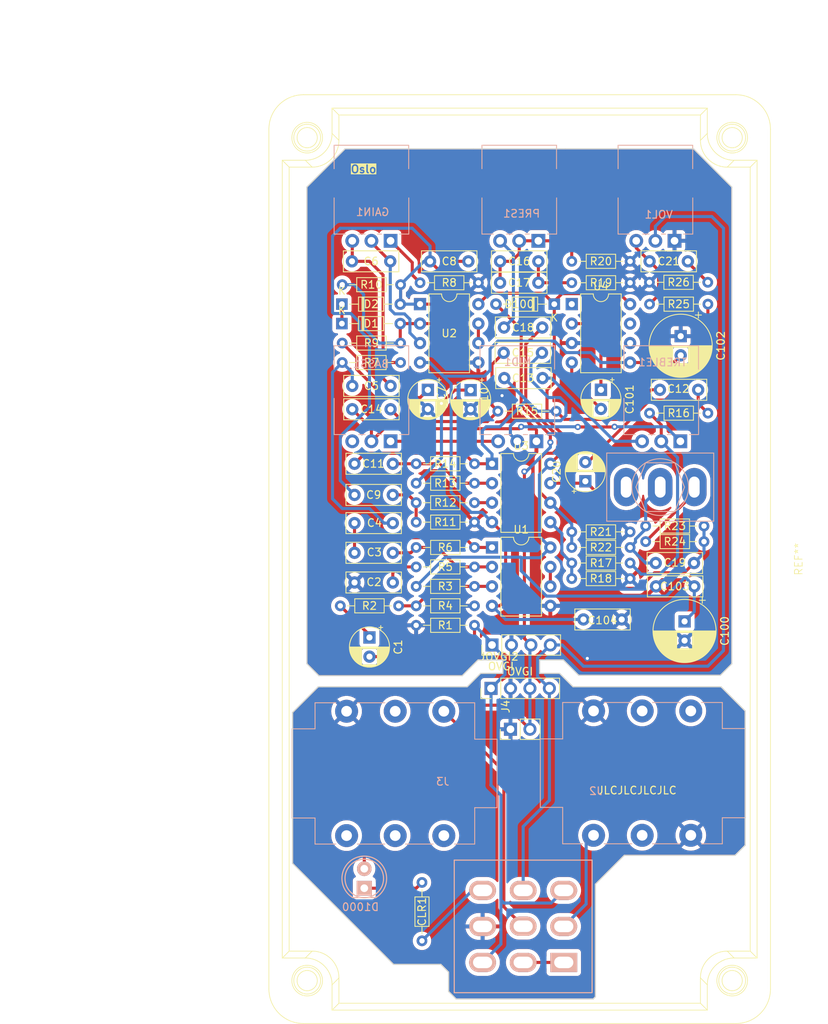
<source format=kicad_pcb>
(kicad_pcb (version 20221018) (generator pcbnew)
  (layers (0 "F.Cu" signal) (31 "B.Cu" signal) (34 "B.Paste" user) (35 "F.Paste" user) (36 "B.SilkS" user "B.Silkscreen") (37 "F.SilkS" user "F.Silkscreen") (38 "B.Mask" user) (39 "F.Mask" user) (44 "Edge.Cuts" user))
  (net 0 "")
  (net 1 "GND")
  (net 2 "+9V")
  (net 3 "Net-(D1-K)")
  (net 4 "O")
  (net 5 "I")
  (net 6 "Net-(SW1C-C)")
  (net 7 "Net-(BASS1-Pad1)")
  (net 8 "Net-(BASS1-Pad2)")
  (net 10 "Net-(SW1A-A)")
  (net 13 "Net-(C1-Pad1)")
  (net 14 "Net-(C2-Pad2)")
  (net 15 "Net-(C3-Pad1)")
  (net 17 "Net-(SW1A-B)")
  (net 21 "Net-(SW1B-B)")
  (net 22 "unconnected-(J3-PadTN)")
  (net 23 "Net-(U1A--)")
  (net 24 "Net-(C4-Pad1)")
  (net 25 "Net-(C5-Pad1)")
  (net 26 "Net-(U2A-+)")
  (net 27 "Net-(C7-Pad1)")
  (net 28 "Net-(C9-Pad1)")
  (net 29 "Net-(C10-Pad1)")
  (net 30 "Net-(C11-Pad1)")
  (net 31 "Net-(U3A--)")
  (net 32 "Net-(C12-Pad1)")
  (net 33 "Net-(C13-Pad1)")
  (net 34 "Net-(C14-Pad2)")
  (net 35 "Net-(C15-Pad1)")
  (net 36 "Net-(C16-Pad1)")
  (net 37 "Net-(C16-Pad2)")
  (net 38 "Net-(C18-Pad1)")
  (net 39 "Net-(U3B--)")
  (net 40 "Net-(DEEP1-A)")
  (net 41 "Net-(C19-Pad2)")
  (net 42 "Net-(C20-Pad2)")
  (net 43 "Net-(C21-Pad1)")
  (net 44 "Net-(C21-Pad2)")
  (net 45 "VCC")
  (net 46 "Net-(U4-CAP+)")
  (net 47 "Net-(U4-CAP-)")
  (net 48 "VDD")
  (net 49 "Net-(GAIN1-Pad1)")
  (net 50 "Net-(U1A-+)")
  (net 51 "Net-(U3A-+)")
  (net 52 "Net-(R16-Pad2)")
  (net 53 "Net-(U3B-+)")
  (net 54 "Net-(DEEP1-B)")
  (net 55 "Net-(U1B--)")
  (net 56 "Net-(U2B--)")
  (net 60 "Net-(D1-A)")
  (net 61 "Net-(D2-A)")
  (net 62 "Net-(D1000-K)")
  (footprint "Pin_Headers:Pin_Header_Straight_1x04_Pitch2.54mm" (layer "F.Cu") (at 139.053 122.4116 90)
    (fp_text reference "JOVGI1" hide)
    (fp_text value "OVGI")
  )
  (footprint "Pin_Headers:Pin_Header_Straight_1x04_Pitch2.54mm" (layer "F.Cu") (at 139.18 116.75 90)
    (fp_text reference "JOVGI2")
    (fp_text value "OVGI")
  )
  (footprint "Capacitor_THT:C_Rect_L7.0mm_W2.5mm_P5.00mm" (layer "F.Cu") (at 121.226 108.594)
    (fp_text reference "C2")
    (fp_text value "100n")
  )
  (footprint "Pedal-Components:R_Axial_DIN0204_L3.6mm_D1.6mm_P7.62mm_Horizontal" (layer "F.Cu") (at 136.894 114.182 180)
    (fp_text reference "R1")
    (fp_text value "3M3")
  )
  (footprint "Pedal-Components:R_Axial_DIN0204_L3.6mm_D1.6mm_P7.62mm_Horizontal" (layer "F.Cu") (at 119.368 111.642)
    (fp_text reference "R2")
    (fp_text value "68K")
  )
  (footprint "Pedal-Components:R_Axial_DIN0204_L3.6mm_D1.6mm_P7.62mm_Horizontal" (layer "F.Cu") (at 136.894 109.102 180)
    (fp_text reference "R3")
    (fp_text value "8M2")
  )
  (footprint "Capacitor_THT:CP_Radial_D5.0mm_P2.50mm" (layer "F.Cu") (at 123.178 115.770888 -90)
    (fp_text reference "C1")
    (fp_text value "1u")
  )
  (footprint "Connector_PinHeader_2.54mm:PinHeader_1x02_P2.54mm_Vertical" (layer "F.Cu") (at 141.593 127.7456 90)
    (fp_text reference "J4")
    (fp_text value "V+ GND")
  )
  (footprint "Pedal-Components:R_Axial_DIN0204_L3.6mm_D1.6mm_P7.62mm_Horizontal" (layer "F.Cu") (at 157.214 69.478 180)
    (fp_text reference "R19")
    (fp_text value "220R")
  )
  (footprint "Capacitor_THT:CP_Radial_D5.0mm_P2.50mm" (layer "F.Cu") (at 136.386 83.488 -90)
    (fp_text reference "C10")
    (fp_text value "1u")
  )
  (footprint "Pedal-Components:R_Axial_DIN0204_L3.6mm_D1.6mm_P7.62mm_Horizontal" (layer "F.Cu") (at 139.942 86.242)
    (fp_text reference "R15")
    (fp_text value "47K")
  )
  (footprint "Capacitor_THT:C_Rect_L7.0mm_W2.5mm_P5.00mm" (layer "F.Cu") (at 145.704 78.622 180)
    (fp_text reference "C15")
    (fp_text value "22n")
  )
  (footprint "Pedal-Components:R_Axial_DIN0204_L3.6mm_D1.6mm_P7.62mm_Horizontal" (layer "F.Cu") (at 129.274 104.022)
    (fp_text reference "R6")
    (fp_text value "22K")
  )
  (footprint "Capacitor_THT:C_Rect_L7.0mm_W2.5mm_P5.00mm" (layer "F.Cu") (at 121.226 93.1)
    (fp_text reference "C11")
    (fp_text value "100p")
  )
  (footprint "Pedal-Components:R_Axial_DIN0204_L3.6mm_D1.6mm_P7.62mm_Horizontal" (layer "F.Cu") (at 167.374 86.496 180)
    (fp_text reference "R16")
    (fp_text value "10K")
  )
  (footprint "Capacitor_THT:C_Rect_L7.0mm_W2.5mm_P5.00mm" (layer "F.Cu") (at 160.556 106.054)
    (fp_text reference "C19")
    (fp_text value "22n")
  )
  (footprint "Diode_THT:D_DO-34_SOD68_P7.62mm_Horizontal" (layer "F.Cu") (at 119.577 72.272)
    (fp_text reference "D2")
    (fp_text value "ZPDxx")
  )
  (footprint "Capacitor_THT:C_Rect_L7.0mm_W2.5mm_P5.00mm" (layer "F.Cu") (at 140.744 75.32)
    (fp_text reference "C18")
    (fp_text value "100n")
  )
  (footprint "Pedal-Components:R_Axial_DIN0204_L3.6mm_D1.6mm_P7.62mm_Horizontal" (layer "F.Cu") (at 136.894 106.562 180)
    (fp_text reference "R5")
    (fp_text value "10K")
  )
  (footprint "Capacitor_THT:CP_Radial_D8.0mm_P2.50mm" (layer "F.Cu") (at 164.326 113.674 -90)
    (fp_text reference "C100")
    (fp_text value "100u")
  )
  (footprint "Pedal-Components:R_Axial_DIN0204_L3.6mm_D1.6mm_P7.62mm_Horizontal" (layer "F.Cu") (at 130.036 147.738 -90)
    (fp_text reference "CLR1")
    (fp_text value "1K")
  )
  (footprint "Diode_THT:D_DO-34_SOD68_P7.62mm_Horizontal" (layer "F.Cu") (at 147.313 72.272 180)
    (fp_text reference "D100")
    (fp_text value "1N5817")
  )
  (footprint "Capacitor_THT:C_Rect_L7.0mm_W2.5mm_P5.00mm" (layer "F.Cu") (at 160.596 109.102)
    (fp_text reference "C103")
    (fp_text value "100n")
  )
  (footprint "Pedal-Components:R_Axial_DIN0204_L3.6mm_D1.6mm_P7.62mm_Horizontal" (layer "F.Cu") (at 129.274 93.1)
    (fp_text reference "R14")
    (fp_text value "470K")
  )
  (footprint "Capacitor_THT:C_Rect_L7.0mm_W2.5mm_P5.00mm" (layer "F.Cu") (at 140.236 66.684)
    (fp_text reference "C16")
    (fp_text value "22n")
  )
  (footprint "Pedal-Components:R_Axial_DIN0204_L3.6mm_D1.6mm_P7.62mm_Horizontal" (layer "F.Cu") (at 157.214 106.054 180)
    (fp_text reference "R17")
    (fp_text value "1M")
  )
  (footprint "Pedal-Components:R_Axial_DIN0204_L3.6mm_D1.6mm_P7.62mm_Horizontal" (layer "F.Cu") (at 157.214 101.99 180)
    (fp_text reference "R21")
    (fp_text value "4K7")
  )
  (footprint "Pedal-Components:R_Axial_DIN0204_L3.6mm_D1.6mm_P7.62mm_Horizontal" (layer "F.Cu") (at 157.214 104.022 180)
    (fp_text reference "R22")
    (fp_text value "10K")
  )
  (footprint "Pedal-Components:R_Axial_DIN0204_L3.6mm_D1.6mm_P7.62mm_Horizontal" (layer "F.Cu") (at 136.894 100.72 180)
    (fp_text reference "R11")
    (fp_text value "330K")
  )
  (footprint "Capacitor_THT:C_Rect_L7.0mm_W2.5mm_P5.00mm" (layer "F.Cu") (at 145.784 81.924 180)
    (fp_text reference "C13")
    (fp_text value "470p")
  )
  (footprint "Pedal-Components:R_Axial_DIN0204_L3.6mm_D1.6mm_P7.62mm_Horizontal" (layer "F.Cu") (at 129.274 111.642)
    (fp_text reference "R4")
    (fp_text value "1M")
  )
  (footprint "Pedal-Components:R_Axial_DIN0204_L3.6mm_D1.6mm_P7.62mm_Horizontal" (layer "F.Cu") (at 159.735936 69.421527)
    (fp_text reference "R26")
    (fp_text value "1K")
  )
  (footprint "Pedal-Components:R_Axial_DIN0204_L3.6mm_D1.6mm_P7.62mm_Horizontal" (layer "F.Cu") (at 119.622 69.732)
    (fp_text reference "R10")
    (fp_text value "1M")
  )
  (footprint "Capacitor_THT:CP_Radial_D5.0mm_P2.50mm" (layer "F.Cu") (at 153.404 83.448 -90)
    (fp_text reference "C101")
    (fp_text value "10u")
  )
  (footprint "Pedal-Components:R_Axial_DIN0204_L3.6mm_D1.6mm_P7.62mm_Horizontal" (layer "F.Cu") (at 159.246 101.228)
    (fp_text reference "R23")
    (fp_text value "33K")
  )
  (footprint "Diode_THT:D_DO-34_SOD68_P7.62mm_Horizontal" (layer "F.Cu") (at 119.577 74.812)
    (fp_text reference "D1")
    (fp_text value "ZPDxx")
  )
  (footprint "Pedal-Components:R_Axial_DIN0204_L3.6mm_D1.6mm_P7.62mm_Horizontal" (layer "F.Cu") (at 159.246 103.26)
    (fp_text reference "R24")
    (fp_text value "22K")
  )
  (footprint "Capacitor_THT:C_Rect_L7.0mm_W2.5mm_P5.00mm" (layer "F.Cu") (at 140.236 69.478)
    (fp_text reference "C17")
    (fp_text value "22n")
  )
  (footprint "Pedal-Components:R_Axial_DIN0204_L3.6mm_D1.6mm_P7.62mm_Horizontal" (layer "F.Cu") (at 119.622 79.892)
    (fp_text reference "R7")
    (fp_text value "470K")
  )
  (footprint "Pedal-Components:R_Axial_DIN0204_L3.6mm_D1.6mm_P7.62mm_Horizontal" (layer "F.Cu") (at 137.402 69.478 180)
    (fp_text reference "R8")
    (fp_text value "4K7")
  )
  (footprint "Capacitor_THT:C_Rect_L7.0mm_W2.5mm_P5.00mm" (layer "F.Cu") (at 126.226 97.164 180)
    (fp_text reference "C9")
    (fp_text value "22n")
  )
  (footprint "Enclosures:Hammond_125B_1590N1" (layer "F.Cu") (at 141.72 105.546 90)
    (fp_text reference "REF**")
    (fp_text value "Hammond_125B_1590N1")
  )
  (footprint "Capacitor_THT:C_Rect_L7.0mm_W2.5mm_P5.00mm" (layer "F.Cu") (at 125.892 66.684 180)
    (fp_text reference "C6")
    (fp_text value "1n")
  )
  (footprint "Package_DIP:DIP-8_W7.62mm" (layer "F.Cu") (at 139.18 93.1)
    (fp_text reference "U3")
    (fp_text value "TL072")
  )
  (footprint "Pedal-Components:R_Axial_DIN0204_L3.6mm_D1.6mm_P7.62mm_Horizontal" (layer "F.Cu") (at 157.214 108.086 180)
    (fp_text reference "R18")
    (fp_text value "333K")
  )
  (footprint "Capacitor_THT:C_Rect_L7.0mm_W2.5mm_P5.00mm" (layer "F.Cu") (at 120.932 85.988)
    (fp_text reference "C14")
    (fp_text value "22n")
  )
  (footprint "Capacitor_THT:CP_Radial_D5.0mm_P2.50mm" (layer "F.Cu") (at 130.798 83.463112 -90)
    (fp_text reference "C7")
    (fp_text value "1u")
  )
  (footprint "Capacitor_THT:C_Rect_L7.0mm_W2.5mm_P5.00mm" (layer "F.Cu") (at 166.104 83.448 180)
    (fp_text reference "C12")
    (fp_text value "1n")
  )
  (footprint "Capacitor_THT:C_Rect_L7.0mm_W2.5mm_P5.00mm" (layer "F.Cu") (at 131.092 66.684)
    (fp_text reference "C8")
    (fp_text value "100p")
  )
  (footprint "Capacitor_THT:C_Rect_L7.0mm_W2.5mm_P5.00mm" (layer "F.Cu") (at 125.932 82.94 180)
    (fp_text reference "C5")
    (fp_text value "2n2")
  )
  (footprint "Pedal-Components:R_Axial_DIN0204_L3.6mm_D1.6mm_P7.62mm_Horizontal" (layer "F.Cu") (at 119.622 77.352)
    (fp_text reference "R9")
    (fp_text value "6k8")
  )
  (footprint "Package_DIP:DIP-8_W7.62mm" (layer "F.Cu") (at 129.782 72.272)
    (fp_text reference "U2")
    (fp_text value "TL072")
  )
  (footprint "Package_DIP:DIP-8_W7.62mm" (layer "F.Cu") (at 149.594 72.272)
    (fp_text reference "U4")
    (fp_text value "MAX1044")
  )
  (footprint "Capacitor_THT:C_Rect_L7.0mm_W2.5mm_P5.00mm" (layer "F.Cu") (at 156.118 113.42 180)
    (fp_text reference "C104")
    (fp_text value "100n")
  )
  (footprint "Pedal-Components:R_Axial_DIN0204_L3.6mm_D1.6mm_P7.62mm_Horizontal" (layer "F.Cu") (at 129.274 95.64)
    (fp_text reference "R13")
    (fp_text value "10K")
  )
  (footprint "Pedal-Components:R_Axial_DIN0204_L3.6mm_D1.6mm_P7.62mm_Horizontal" (layer "F.Cu") (at 157.214 66.684 180)
    (fp_text reference "R20")
    (fp_text value "1K")
  )
  (footprint "Pedal-Components:R_Axial_DIN0204_L3.6mm_D1.6mm_P7.62mm_Horizontal" (layer "F.Cu") (at 167.374 72.272 180)
    (fp_text reference "R25")
    (fp_text value "10K")
  )
  (footprint "Package_DIP:DIP-8_W7.62mm" (layer "F.Cu") (at 139.18 104.022)
    (fp_text reference "U1")
    (fp_text value "TL072")
  )
  (footprint "Capacitor_THT:CP_Radial_D5.0mm_P2.50mm" (layer "F.Cu") (at 151.372 95.386 90)
    (fp_text reference "C20")
    (fp_text value "1u")
  )
  (footprint "Capacitor_THT:C_Rect_L7.0mm_W2.5mm_P5.00mm" (layer "F.Cu") (at 121.226 104.7205)
    (fp_text reference "C3")
    (fp_text value "100p")
  )
  (footprint "Capacitor_THT:C_Rect_L7.0mm_W2.5mm_P5.00mm" (layer "F.Cu") (at 126.226 100.847 180)
    (fp_text reference "C4")
    (fp_text value "1n")
  )
  (footprint "Capacitor_THT:C_Rect_L7.0mm_W2.5mm_P5.00mm" (layer "F.Cu") (at 164.754 66.684 180)
    (fp_text reference "C21")
    (fp_text value "22n")
  )
  (footprint "Capacitor_THT:CP_Radial_D8.0mm_P2.50mm" (layer "F.Cu") (at 163.818 76.453349 -90)
    (fp_text reference "C102")
    (fp_text value "100u")
  )
  (footprint "Pedal-Components:R_Axial_DIN0204_L3.6mm_D1.6mm_P7.62mm_Horizontal" (layer "F.Cu") (at 129.274 98.18)
    (fp_text reference "R12")
    (fp_text value "220K")
  )
  (footprint "Pedal-Components:3PDT-Footswitch" (layer "B.Cu") (at 143.25 153.475 180)
    (fp_text reference "SW1" hide)
    (fp_text value "SW_3PDT" hide)
  )
  (footprint "Connector_Audio:Jack_6.35mm_Neutrik_NMJ6HCD2_Horizontal" (layer "B.Cu") (at 132.8896 125.3964 180)
    (fp_text reference "J3")
    (fp_text value "NMJ6HCD2")
  )
  (footprint "LEDs:LED-5MM" (layer "B.Cu") (at 122.5 148.49 90)
    (fp_text reference "D1000")
    (fp_text value "LED" hide)
  )
  (footprint "Connector_Audio:Jack_6.35mm_Neutrik_NMJ6HCD2_Horizontal" (layer "B.Cu") (at 152.4388 141.5886)
    (fp_text reference "J2")
    (fp_text value "NMJ6HCD2")
  )
  (footprint "Pedal-Components:Potentiometer_Alpha_RD901F-40-00D_Single_Vertical_copy" (layer "B.Cu") (at 144.982 90.169 90)
    (fp_text reference "MID1")
    (fp_text value "B25K")
  )
  (footprint "Pedal-Components:SW_Toggle_Blue_wSlots" (layer "B.Cu") (at 161.146 96.148 180)
    (fp_text reference "DEEP1" hide)
    (fp_text value "~")
  )
  (footprint "Pedal-Components:Potentiometer_Alpha_RD901F-40-00D_Single_Vertical_copy" (layer "B.Cu") (at 125.932 90.169 90)
    (fp_text reference "BASS1")
    (fp_text value "A1M")
  )
  (footprint "Pedal-Components:Potentiometer_Alpha_RD901F-40-00D_Single_Vertical_copy" (layer "B.Cu") (at 125.932 64.007 90)
    (fp_text reference "GAIN1")
    (fp_text value "A500K")
  )
  (footprint "Pedal-Components:Potentiometer_Alpha_RD901F-40-00D_Single_Vertical_copy" (layer "B.Cu") (at 163.016 64.007 90)
    (fp_text reference "VOL1")
    (fp_text value "B25K")
  )
  (footprint "Pedal-Components:Potentiometer_Alpha_RD901F-40-00D_Single_Vertical_copy" (layer "B.Cu") (at 163.778 90.169 90)
    (fp_text reference "TREBLE1")
    (fp_text value "B250K")
  )
  (footprint "Pedal-Components:Potentiometer_Alpha_RD901F-40-00D_Single_Vertical_copy" (layer "B.Cu") (at 145.236 64.007 90)
    (fp_text reference "PRES1")
    (fp_text value "C25K")
  )
  (gr_line (start 145.4 118.7) (end 148.5 118.7) (stroke (width 0.15)) (layer "Edge.Cuts"))
  (gr_line (start 137.7 120.45) (end 140.6 120.45) (stroke (width 0.15)) (layer "Edge.Cuts"))
  (gr_line (start 170.5 108.25) (end 170.5 119.2) (stroke (width 0.15)) (layer "Edge.Cuts"))
  (gr_line (start 126.3214 158.4288) (end 132.5 158.4288) (stroke (width 0.15)) (layer "Edge.Cuts"))
  (gr_line (start 116.5 122.2) (end 113.1388 125.5612) (stroke (width 0.15)) (layer "Edge.Cuts"))
  (gr_line (start 152.388 162.95) (end 152.684 162.654) (stroke (width 0.15)) (layer "Edge.Cuts"))
  (gr_line (start 169.194 122.31) (end 169.0924 122.2084) (stroke (width 0.15)) (layer "Edge.Cuts"))
  (gr_line (start 145.4 120.45) (end 148 120.45) (stroke (width 0.15)) (layer "Edge.Cuts"))
  (gr_line (start 137.35 118.7) (end 135.2938 120.7562) (stroke (width 0.15)) (layer "Edge.Cuts"))
  (gr_line (start 152.134 162.95) (end 152.388 162.95) (stroke (width 0.15)) (layer "Edge.Cuts"))
  (gr_line (start 115 57) (end 115 108.25) (stroke (width 0.15)) (layer "Edge.Cuts"))
  (gr_line (start 169.0924 122.2084) (end 169 122.2084) (stroke (width 0.15)) (layer "Edge.Cuts"))
  (gr_line (start 133.516 159.4448) (end 133.516 161.9594) (stroke (width 0.15)) (layer "Edge.Cuts"))
  (gr_line (start 113.1388 125.5612) (end 113.1388 145.2462) (stroke (width 0.15)) (layer "Edge.Cuts"))
  (gr_line (start 149.75 122.2) (end 164.75 122.2) (stroke (width 0.15)) (layer "Edge.Cuts"))
  (gr_line (start 148.5 118.7) (end 150.5 120.7) (stroke (width 0.15)) (layer "Edge.Cuts"))
  (gr_line (start 165.5 52) (end 170.5 57) (stroke (width 0.15)) (layer "Edge.Cuts"))
  (gr_line (start 169 120.7) (end 170.5 119.2) (stroke (width 0.15)) (layer "Edge.Cuts"))
  (gr_line (start 140.6 118.7) (end 140.6 120.45) (stroke (width 0.15)) (layer "Edge.Cuts"))
  (gr_line (start 115 57) (end 120 52) (stroke (width 0.15)) (layer "Edge.Cuts"))
  (gr_line (start 170.5 85) (end 170.5 57) (stroke (width 0.15)) (layer "Edge.Cuts"))
  (gr_line (start 152.684 162.654) (end 152.684 147.964) (stroke (width 0.15)) (layer "Edge.Cuts"))
  (gr_line (start 113.1388 145.2462) (end 126.3214 158.4288) (stroke (width 0.15)) (layer "Edge.Cuts"))
  (gr_line (start 148.75 52) (end 136.75 52) (stroke (width 0.15)) (layer "Edge.Cuts"))
  (gr_line (start 136.75 52) (end 120 52) (stroke (width 0.15)) (layer "Edge.Cuts"))
  (gr_line (start 135.95 122.2) (end 117 122.2) (stroke (width 0.15)) (layer "Edge.Cuts"))
  (gr_line (start 116.574 120.7562) (end 115 119.1822) (stroke (width 0.15)) (layer "Edge.Cuts"))
  (gr_line (start 137.7 120.45) (end 135.95 122.2) (stroke (width 0.15)) (layer "Edge.Cuts"))
  (gr_line (start 135.2938 120.7562) (end 116.574 120.7562) (stroke (width 0.15)) (layer "Edge.Cuts"))
  (gr_line (start 115 119.1822) (end 115 108.25) (stroke (width 0.15)) (layer "Edge.Cuts"))
  (gr_line (start 133.516 161.9594) (end 134.5066 162.95) (stroke (width 0.15)) (layer "Edge.Cuts"))
  (gr_line (start 170.5 108.25) (end 170.5 85) (stroke (width 0.15)) (layer "Edge.Cuts"))
  (gr_line (start 170.93 144.196) (end 172.242 142.884) (stroke (width 0.15)) (layer "Edge.Cuts"))
  (gr_line (start 172.242 142.884) (end 172.242 125.866) (stroke (width 0.15)) (layer "Edge.Cuts"))
  (gr_line (start 134.5 162.95) (end 152.134 162.95) (stroke (width 0.15)) (layer "Edge.Cuts"))
  (gr_line (start 172.242 125.358) (end 169.194 122.31) (stroke (width 0.15)) (layer "Edge.Cuts"))
  (gr_line (start 148.75 52) (end 165.5 52) (stroke (width 0.15)) (layer "Edge.Cuts"))
  (gr_line (start 172.242 125.866) (end 172.242 125.358) (stroke (width 0.15)) (layer "Edge.Cuts"))
  (gr_line (start 156.452 144.196) (end 170.93 144.196) (stroke (width 0.15)) (layer "Edge.Cuts"))
  (gr_line (start 145.4 118.7) (end 145.4 120.45) (stroke (width 0.15)) (layer "Edge.Cuts"))
  (gr_line (start 169 122.2) (end 164.75 122.2) (stroke (width 0.15)) (layer "Edge.Cuts"))
  (gr_line (start 132.5 158.4288) (end 133.516 159.4448) (stroke (width 0.15)) (layer "Edge.Cuts"))
  (gr_line (start 152.684 147.964) (end 156.452 144.196) (stroke (width 0.15)) (layer "Edge.Cuts"))
  (gr_line (start 148 120.45) (end 149.75 122.2) (stroke (width 0.15)) (layer "Edge.Cuts"))
  (gr_line (start 137.35 118.7) (end 140.6 118.7) (stroke (width 0.15)) (layer "Edge.Cuts"))
  (gr_line (start 150.5 120.7) (end 169 120.7) (stroke (width 0.15)) (layer "Edge.Cuts"))
  (gr_line (start 117 122.2) (end 116.5 122.2) (stroke (width 0.15)) (layer "Edge.Cuts"))
  (gr_text "JLCJLCJLCJLC" (at 152.896 136.308) (layer "F.SilkS") (effects (font (size 1 1)) (justify left bottom)))
  (gr_text "Oslo" (at 120.638 55.254) (layer "F.SilkS" knockout) (effects (font (size 1 1) (thickness 0.2) bold) (justify left bottom)))
  (segment (start 140.45 84.21) (end 140.490472 84.21) (width 0.4) (layer "F.Cu") (net 1))
  (segment (start 144.982 90.169) (end 144.982 88.701528) (width 0.4) (layer "F.Cu") (net 1))
  (segment (start 144.982 88.701528) (end 140.490472 84.21) (width 0.4) (layer "F.Cu") (net 1))
  (via (at 140.490472 84.21) (size 0.8) (drill 0.4) (layers "F.Cu" "B.Cu") (net 1))
  (via (at 151.626 118.5) (size 0.8) (drill 0.4) (layers "F.Cu" "B.Cu") (net 1))
  (segment (start 122.5 137.761) (end 122.5 145.95) (width 0.4) (layer "F.Cu") (net 2))
  (segment (start 144.26 116.75) (end 143.41 115.9) (width 0.4) (layer "F.Cu") (net 2))
  (segment (start 134.5572 123.1482) (end 131.0774 123.1482) (width 0.4) (layer "F.Cu") (net 2))
  (segment (start 144.133 127.7456) (end 140.996794 124.609394) (width 0.4) (layer "F.Cu") (net 2))
  (segment (start 142.99 85.577) (end 142.99 75.569) (width 0.4) (layer "F.Cu") (net 2))
  (segment (start 136.018394 124.609394) (end 134.5572 123.1482) (width 0.4) (layer "F.Cu") (net 2))
  (segment (start 140.996794 124.609394) (end 136.018394 124.609394) (width 0.4) (layer "F.Cu") (net 2))
  (segment (start 146.8 89.387) (end 142.99 85.577) (width 0.4) (layer "F.Cu") (net 2))
  (segment (start 130.163 130.0824) (end 122.4922 137.7532) (width 0.4) (layer "F.Cu") (net 2))
  (segment (start 122.4922 137.7532) (end 122.5 137.761) (width 0.4) (layer "F.Cu") (net 2))
  (segment (start 131.0774 123.1482) (end 130.163 124.0626) (width 0.4) (layer "F.Cu") (net 2))
  (segment (start 142.99 75.569) (end 139.693 72.272) (width 0.4) (layer "F.Cu") (net 2))
  (segment (start 130.163 124.0626) (end 130.163 130.0824) (width 0.4) (layer "F.Cu") (net 2))
  (segment (start 146.8 90.306) (end 146.8 89.387) (width 0.4) (layer "F.Cu") (net 2))
  (segment (start 143.41 115.9) (end 143.41 94.116) (width 0.4) (layer "F.Cu") (net 2))
  (via (at 146.8 90.306) (size 0.8) (drill 0.4) (layers "F.Cu" "B.Cu") (net 2))
  (via (at 143.41 94.116) (size 0.8) (drill 0.4) (layers "F.Cu" "B.Cu") (net 2))
  (segment (start 143.635 94.116) (end 143.41 94.116) (width 0.4) (layer "B.Cu") (net 2))
  (segment (start 146.8 90.306) (end 146.8 90.951) (width 0.4) (layer "B.Cu") (net 2))
  (segment (start 144.26 116.75) (end 144.133 116.877) (width 0.4) (layer "B.Cu") (net 2))
  (segment (start 144.133 122.4116) (end 144.133 127.7456) (width 0.4) (layer "B.Cu") (net 2))
  (segment (start 144.133 116.877) (end 144.133 122.4116) (width 0.4) (layer "B.Cu") (net 2))
  (segment (start 146.8 90.951) (end 143.635 94.116) (width 0.4) (layer "B.Cu") (net 2))
  (segment (start 119.577 72.526) (end 119.577 74.812) (width 0.4) (layer "F.Cu") (net 3))
  (segment (start 146.8 116.75) (end 148.352 116.75) (width 0.4) (layer "B.Cu") (net 4))
  (segment (start 167.374 119.516) (end 169.406 117.484) (width 0.4) (layer "B.Cu") (net 4))
  (segment (start 146.673 137.0166) (end 146.673 122.4116) (width 0.4) (layer "B.Cu") (net 4))
  (segment (start 151.118 119.516) (end 167.374 119.516) (width 0.4) (layer "B.Cu") (net 4))
  (segment (start 160.516 62.112) (end 160.516 64.007) (width 0.4) (layer "B.Cu") (net 4))
  (segment (start 169.406 117.484) (end 169.406 62.366) (width 0.4) (layer "B.Cu") (net 4))
  (segment (start 169.406 62.366) (end 167.882 60.842) (width 0.4) (layer "B.Cu") (net 4))
  (segment (start 145.125 120.8636) (end 146.673 122.4116) (width 0.4) (layer "B.Cu") (net 4))
  (segment (start 145.125 118.425) (end 145.125 120.8636) (width 0.4) (layer "B.Cu") (net 4))
  (segment (start 161.786 60.842) (end 160.516 62.112) (width 0.4) (layer "B.Cu") (net 4))
  (segment (start 143.25 148.775) (end 143.25 140.4396) (width 0.4) (layer "B.Cu") (net 4))
  (segment (start 146.8 116.75) (end 145.125 118.425) (width 0.4) (layer "B.Cu") (net 4))
  (segment (start 148.352 116.75) (end 151.118 119.516) (width 0.4) (layer "B.Cu") (net 4))
  (segment (start 167.882 60.842) (end 161.786 60.842) (width 0.4) (layer "B.Cu") (net 4))
  (segment (start 143.25 140.4396) (end 146.673 137.0166) (width 0.4) (layer "B.Cu") (net 4))
  (segment (start 123.178 118.270888) (end 135.345112 118.270888) (width 0.4) (layer "F.Cu") (net 5))
  (segment (start 135.345112 118.270888) (end 136.894 116.722) (width 0.4) (layer "F.Cu") (net 5))
  (segment (start 136.894 116.722) (end 136.894 114.182) (width 0.4) (layer "F.Cu") (net 5))
  (segment (start 139.18 116.75) (end 139.18 116.468) (width 0.4) (layer "B.Cu") (net 5))
  (segment (start 137.95 158.175) (end 140.343 155.782) (width 0.4) (layer "B.Cu") (net 5))
  (segment (start 139.0276 135.0354) (end 139.053 135.01) (width 0.4) (layer "B.Cu") (net 5))
  (segment (start 140.343 155.782) (end 140.343 150.0214) (width 0.4) (layer "B.Cu") (net 5))
  (segment (start 139.18 116.75) (end 140.875 118.445) (width 0.4) (layer "B.Cu") (net 5))
  (segment (start 140.875 118.445) (end 140.875 120.5896) (width 0.4) (layer "B.Cu") (net 5))
  (segment (start 146.9 150.425) (end 140.7466 150.425) (width 0.4) (layer "B.Cu") (net 5))
  (segment (start 140.343 150.0214) (end 140.343 136.3508) (width 0.4) (layer "B.Cu") (net 5))
  (segment (start 140.343 136.3508) (end 139.0276 135.0354) (width 0.4) (layer "B.Cu") (net 5))
  (segment (start 140.875 120.5896) (end 139.053 122.4116) (width 0.4) (layer "B.Cu") (net 5))
  (segment (start 139.18 116.468) (end 136.894 114.182) (width 0.4) (layer "B.Cu") (net 5))
  (segment (start 148.55 148.775) (end 146.9 150.425) (width 0.4) (layer "B.Cu") (net 5))
  (segment (start 140.7466 150.425) (end 140.343 150.0214) (width 0.4) (layer "B.Cu") (net 5))
  (segment (start 139.053 135.01) (end 139.053 122.4116) (width 0.4) (layer "B.Cu") (net 5))
  (segment (start 136.619 148.775) (end 137.95 148.775) (width 0.4) (layer "B.Cu") (net 6))
  (segment (start 130.036 155.358) (end 136.619 148.775) (width 0.4) (layer "B.Cu") (net 6))
  (segment (start 139.982 90.169) (end 125.932 90.169) (width 0.4) (layer "F.Cu") (net 7))
  (segment (start 142.736 88.528) (end 142.99 88.274) (width 0.4) (layer "F.Cu") (net 8))
  (segment (start 125.073 88.528) (end 142.736 88.528) (width 0.4) (layer "F.Cu") (net 8))
  (segment (start 123.432 88.488) (end 120.932 85.988) (width 0.4) (layer "F.Cu") (net 8))
  (segment (start 155.1566 88.2994) (end 155.182 88.274) (width 0.4) (layer "F.Cu") (net 8))
  (segment (start 123.432 90.169) (end 123.432 88.488) (width 0.4) (layer "F.Cu") (net 8))
  (segment (start 123.432 90.169) (end 125.073 88.528) (width 0.4) (layer "F.Cu") (net 8))
  (segment (start 150.3814 88.2994) (end 155.1566 88.2994) (width 0.4) (layer "F.Cu") (net 8))
  (via (at 142.99 88.274) (size 0.8) (drill 0.4) (layers "F.Cu" "B.Cu") (net 8))
  (via (at 155.182 88.274) (size 0.8) (drill 0.4) (layers "F.Cu" "B.Cu") (net 8))
  (via (at 150.3814 88.2994) (size 0.8) (drill 0.4) (layers "F.Cu" "B.Cu") (net 8))
  (segment (start 155.182 88.274) (end 161.883 88.274) (width 0.4) (layer "B.Cu") (net 8))
  (segment (start 150.3814 88.2994) (end 150.356 88.274) (width 0.4) (layer "B.Cu") (net 8))
  (segment (start 161.883 88.274) (end 163.778 90.169) (width 0.4) (layer "B.Cu") (net 8))
  (segment (start 150.356 88.274) (end 142.99 88.274) (width 0.4) (layer "B.Cu") (net 8))
  (segment (start 143.25 158.175) (end 148.55 158.175) (width 0.4) (layer "F.Cu") (net 10))
  (segment (start 123.178 115.770888) (end 123.178 115.452) (width 0.4) (layer "F.Cu") (net 13))
  (segment (start 123.178 115.452) (end 119.368 111.642) (width 0.4) (layer "F.Cu") (net 13))
  (segment (start 126.226 107.324) (end 126.988 106.562) (width 0.4) (layer "F.Cu") (net 14))
  (segment (start 126.226 108.594) (end 126.226 107.324) (width 0.4) (layer "F.Cu") (net 14))
  (segment (start 126.988 106.562) (end 129.274 106.562) (width 0.4) (layer "F.Cu") (net 14))
  (segment (start 135.624 102.752) (end 121.226 102.752) (width 0.4) (layer "F.Cu") (net 15))
  (segment (start 121.226 100.847) (end 121.226 102.752) (width 0.4) (layer "F.Cu") (net 15))
  (segment (start 136.894 104.022) (end 135.624 102.752) (width 0.4) (layer "F.Cu") (net 15))
  (segment (start 121.226 102.752) (end 121.226 104.7205) (width 0.4) (layer "F.Cu") (net 15))
  (segment (start 136.894 104.022) (end 139.18 104.022) (width 0.4) (layer "F.Cu") (net 15))
  (segment (start 149.275 153.475) (end 148.55 153.475) (width 0.4) (layer "F.Cu") (net 17))
  (segment (start 151.4736 150.5514) (end 151.4736 142.5538) (width 0.4) (layer "B.Cu") (net 17))
  (segment (start 151.4736 142.5538) (end 152.4388 141.5886) (width 0.4) (layer "B.Cu") (net 17))
  (segment (start 148.55 153.475) (end 151.4736 150.5514) (width 0.4) (layer "B.Cu") (net 17))
  (segment (start 140.7294 133.2362) (end 132.8896 125.3964) (width 0.4) (layer "F.Cu") (net 21))
  (segment (start 140.7294 150.9294) (end 140.7294 133.2362) (width 0.4) (layer "F.Cu") (net 21))
  (segment (start 143.25 153.45) (end 140.7294 150.9294) (width 0.4) (layer "F.Cu") (net 21))
  (segment (start 133.1876 141.43) (end 132.9404 141.6772) (width 0.4) (layer "B.Cu") (net 22))
  (segment (start 126.226 104.7205) (end 128.5755 104.7205) (width 0.4) (layer "F.Cu") (net 23))
  (segment (start 132.068 104.022) (end 134.608 106.562) (width 0.4) (layer "F.Cu") (net 23))
  (segment (start 128.5755 104.7205) (end 129.274 104.022) (width 0.4) (layer "F.Cu") (net 23))
  (segment (start 134.608 106.562) (end 139.18 106.562) (width 0.4) (layer "F.Cu") (net 23))
  (segment (start 129.274 104.022) (end 132.068 104.022) (width 0.4) (layer "F.Cu") (net 23))
  (segment (start 120.932 81.202) (end 119.622 79.892) (width 0.4) (layer "B.Cu") (net 24))
  (segment (start 119.622 98.942) (end 118.352 97.672) (width 0.4) (layer "B.Cu") (net 24))
  (segment (start 123.178 98.942) (end 119.622 98.942) (width 0.4) (layer "B.Cu") (net 24))
  (segment (start 118.352 97.672) (end 118.352 81.162) (width 0.4) (layer "B.Cu") (net 24))
  (segment (start 125.083 100.847) (end 123.178 98.942) (width 0.4) (layer "B.Cu") (net 24))
  (segment (start 120.932 82.94) (end 120.932 81.202) (width 0.4) (layer "B.Cu") (net 24))
  (segment (start 126.226 100.847) (end 125.083 100.847) (width 0.4) (layer "B.Cu") (net 24))
  (segment (start 118.352 81.162) (end 119.622 79.892) (width 0.4) (layer "B.Cu") (net 24))
  (segment (start 127.242 79.892) (end 124.956 79.892) (width 0.4) (layer "F.Cu") (net 25))
  (segment (start 124.956 79.892) (end 124.956 81.964) (width 0.4) (layer "F.Cu") (net 25))
  (segment (start 120.932 64.007) (end 120.932 66.644) (width 0.4) (layer "F.Cu") (net 25))
  (segment (start 123.178 66.684) (end 124.956 68.462) (width 0.4) (layer "F.Cu") (net 25))
  (segment (start 120.892 66.684) (end 123.178 66.684) (width 0.4) (layer "F.Cu") (net 25))
  (segment (start 124.956 81.964) (end 125.932 82.94) (width 0.4) (layer "F.Cu") (net 25))
  (segment (start 124.956 68.462) (end 124.956 79.892) (width 0.4) (layer "F.Cu") (net 25))
  (segment (start 120.932 66.644) (end 120.892 66.684) (width 0.4) (layer "F.Cu") (net 25))
  (segment (start 123.432 64.224) (end 125.892 66.684) (width 0.4) (layer "F.Cu") (net 26))
  (segment (start 123.432 64.007) (end 123.432 64.224) (width 0.4) (layer "F.Cu") (net 26))
  (segment (start 128.4612 74.2532) (end 127.75 73.542) (width 0.4) (layer "B.Cu") (net 26))
  (segment (start 127.75 73.542) (end 126.48 73.542) (width 0.4) (layer "B.Cu") (net 26))
  (segment (start 129.782 77.352) (end 128.4612 76.0312) (width 0.4) (layer "B.Cu") (net 26))
  (segment (start 126.48 73.542) (end 125.892 72.954) (width 0.4) (layer "B.Cu") (net 26))
  (segment (start 125.892 72.954) (end 125.892 66.684) (width 0.4) (layer "B.Cu") (net 26))
  (segment (start 128.4612 76.0312) (end 128.4612 74.2532) (width 0.4) (layer "B.Cu") (net 26))
  (segment (start 121.532 79.262) (end 119.622 77.352) (width 0.4) (layer "F.Cu") (net 27))
  (segment (start 130.798 83.463112) (end 129.797112 84.464) (width 0.4) (layer "F.Cu") (net 27))
  (segment (start 125.21 84.464) (end 121.532 80.786) (width 0.4) (layer "F.Cu") (net 27))
  (segment (start 129.797112 84.464) (end 125.21 84.464) (width 0.4) (layer "F.Cu") (net 27))
  (segment (start 121.532 80.786) (end 121.532 79.262) (width 0.4) (layer "F.Cu") (net 27))
  (segment (start 128.258 97.164) (end 129.274 98.18) (width 0.4) (layer "F.Cu") (net 28))
  (segment (start 129.274 98.18) (end 129.274 100.72) (width 0.4) (layer "F.Cu") (net 28))
  (segment (start 126.226 97.164) (end 128.258 97.164) (width 0.4) (layer "F.Cu") (net 28))
  (segment (start 136.386 83.488) (end 134.314 83.488) (width 0.4) (layer "F.Cu") (net 29))
  (segment (start 134.314 83.488) (end 132.576 85.226) (width 0.4) (layer "F.Cu") (net 29))
  (via (at 132.576 85.226) (size 0.8) (drill 0.4) (layers "F.Cu" "B.Cu") (net 29))
  (segment (start 132.576 92.338) (end 129.274 95.64) (width 0.4) (layer "B.Cu") (net 29))
  (segment (start 132.576 85.226) (end 132.576 92.338) (width 0.4) (layer "B.Cu") (net 29))
  (segment (start 122.5976 91.7284) (end 135.5224 91.7284) (width 0.4) (layer "F.Cu") (net 30))
  (segment (start 159.97263 83.448) (end 161.104 83.448) (width 0.4) (layer "F.Cu") (net 30))
  (segment (start 135.5224 91.7284) (end 136.894 93.1) (width 0.4) (layer "F.Cu") (net 30))
  (segment (start 136.894 93.1) (end 139.18 93.1) (width 0.4) (layer "F.Cu") (net 30))
  (segment (start 156.11183 87.3088) (end 159.97263 83.448) (width 0.4) (layer "F.Cu") (net 30))
  (segment (start 148.6288 87.3088) (end 156.11183 87.3088) (width 0.4) (layer "F.Cu") (net 30))
  (segment (start 147.562 86.242) (end 148.6288 87.3088) (width 0.4) (layer "F.Cu") (net 30))
  (segment (start 121.226 93.1) (end 122.5976 91.7284) (width 0.4) (layer "F.Cu") (net 30))
  (segment (start 143.498 84.972) (end 143.832 84.972) (width 0.4) (layer "B.Cu") (net 30))
  (segment (start 139.18 93.1) (end 139.18 91.83) (width 0.4) (layer "B.Cu") (net 30))
  (segment (start 147.562 86.242) (end 145.53 86.242) (width 0.4) (layer "B.Cu") (net 30))
  (segment (start 137.91 90.56) (end 137.91 88.782) (width 0.4) (layer "B.Cu") (net 30))
  (segment (start 138.418 88.274) (end 140.196 88.274) (width 0.4) (layer "B.Cu") (net 30))
  (segment (start 140.196 88.274) (end 143.498 84.972) (width 0.4) (layer "B.Cu") (net 30))
  (segment (start 139.18 91.83) (end 137.91 90.56) (width 0.4) (layer "B.Cu") (net 30))
  (segment (start 143.832 84.972) (end 145.102 86.242) (width 0.4) (layer "B.Cu") (net 30))
  (segment (start 137.91 88.782) (end 138.418 88.274) (width 0.4) (layer "B.Cu") (net 30))
  (segment (start 145.53 86.242) (end 145.102 86.242) (width 0.4) (layer "B.Cu") (net 30))
  (segment (start 145.102 86.242) (end 140.784 81.924) (width 0.4) (layer "B.Cu") (net 30))
  (segment (start 136.894 95.64) (end 134.862 95.64) (width 0.4) (layer "F.Cu") (net 31))
  (segment (start 139.18 95.64) (end 136.894 95.64) (width 0.4) (layer "F.Cu") (net 31))
  (segment (start 134.862 95.64) (end 132.322 93.1) (width 0.4) (layer "F.Cu") (net 31))
  (segment (start 132.322 93.1) (end 126.226 93.1) (width 0.4) (layer "F.Cu") (net 31))
  (segment (start 166.104 83.448) (end 166.104 85.226) (width 0.4) (layer "F.Cu") (net 32))
  (segment (start 166.104 85.226) (end 167.374 86.496) (width 0.4) (layer "F.Cu") (net 32))
  (segment (start 158.778 90.169) (end 155.172 90.169) (width 0.4) (layer "B.Cu") (net 33))
  (segment (start 146.927 81.924) (end 145.784 81.924) (width 0.4) (layer "B.Cu") (net 33))
  (segment (start 155.172 90.169) (end 146.927 81.924) (width 0.4) (layer "B.Cu") (net 33))
  (segment (start 139.18 80.146) (end 139.18 85.48) (width 0.4) (layer "F.Cu") (net 34))
  (segment (start 125.932 85.988) (end 127.5322 87.5882) (width 0.4) (layer "F.Cu") (net 34))
  (segment (start 127.5322 87.5882) (end 138.5958 87.5882) (width 0.4) (layer "F.Cu") (net 34))
  (segment (start 139.18 85.48) (end 139.942 86.242) (width 0.4) (layer "F.Cu") (net 34))
  (segment (start 140.704 78.622) (end 139.18 80.146) (width 0.4) (layer "F.Cu") (net 34))
  (segment (start 138.5958 87.5882) (end 139.942 86.242) (width 0.4) (layer "F.Cu") (net 34))
  (segment (start 142.266 87.474) (end 143.321371 87.474) (width 0.4) (layer "B.Cu") (net 35))
  (segment (start 148.1462 87.4866) (end 148.832 86.8008) (width 0.4) (layer "B.Cu") (net 35))
  (segment (start 142.482 90.169) (end 141.582 89.269) (width 0.4) (layer "B.Cu") (net 35))
  (segment (start 143.333971 87.4866) (end 148.1462 87.4866) (width 0.4) (layer "B.Cu") (net 35))
  (segment (start 144.26 82.178) (end 144.26 80.066) (width 0.4) (layer "B.Cu") (net 35))
  (segment (start 148.07 84.464) (end 146.546 84.464) (width 0.4) (layer "B.Cu") (net 35))
  (segment (start 146.546 84.464) (end 144.26 82.178) (width 0.4) (layer "B.Cu") (net 35))
  (segment (start 148.832 85.226) (end 148.07 84.464) (width 0.4) (layer "B.Cu") (net 35))
  (segment (start 141.582 89.269) (end 141.582 88.158) (width 0.4) (layer "B.Cu") (net 35))
  (segment (start 143.321371 87.474) (end 143.333971 87.4866) (width 0.4) (layer "B.Cu") (net 35))
  (segment (start 141.582 88.158) (end 142.266 87.474) (width 0.4) (layer "B.Cu") (net 35))
  (segment (start 144.26 80.066) (end 145.704 78.622) (width 0.4) (layer "B.Cu") (net 35))
  (segment (start 148.832 86.8008) (end 148.832 85.226) (width 0.4) (layer "B.Cu") (net 35))
  (segment (start 142.736 64.007) (end 142.736 65.668) (width 0.4) (layer "F.Cu") (net 36))
  (segment (start 149.594 66.684) (end 149.594 65.16) (width 0.4) (layer "F.Cu") (net 36))
  (segment (start 140.236 66.684) (end 140.236 69.478) (width 0.4) (layer "F.Cu") (net 36))
  (segment (start 141.72 66.684) (end 140.236 66.684) (width 0.4) (layer "F.Cu") (net 36))
  (segment (start 149.594 65.16) (end 148.441 64.007) (width 0.4) (layer "F.Cu") (net 36))
  (segment (start 142.736 65.668) (end 141.72 66.684) (width 0.4) (layer "F.Cu") (net 36))
  (segment (start 142.736 64.007) (end 145.236 64.007) (width 0.4) (layer "F.Cu") (net 36))
  (segment (start 148.441 64.007) (end 145.236 64.007) (width 0.4) (layer "F.Cu") (net 36))
  (segment (start 145.236 66.684) (end 145.236 69.478) (width 0.4) (layer "F.Cu") (net 37))
  (segment (start 149.594 69.478) (end 145.236 69.478) (width 0.4) (layer "F.Cu") (net 37))
  (segment (start 141.974 74.09) (end 141.974 65.745) (width 0.4) (layer "B.Cu") (net 38))
  (segment (start 140.744 75.32) (end 141.974 74.09) (width 0.4) (layer "B.Cu") (net 38))
  (segment (start 141.974 65.745) (end 140.236 64.007) (width 0.4) (layer "B.Cu") (net 38))
  (segment (start 143.59 77.474) (end 143.59 85.328472) (width 0.4) (layer "F.Cu") (net 39))
  (segment (start 146.1396 91.7284) (end 145.4538 92.4142) (width 0.4) (layer "F.Cu") (net 39))
  (segment (start 147.816 91.068) (end 147.1556 91.7284) (width 0.4) (layer "F.Cu") (net 39))
  (segment (start 145.744 75.32) (end 143.59 77.474) (width 0.4) (layer "F.Cu") (net 39))
  (segment (start 145.4538 92.4142) (end 145.4538 96.8338) (width 0.4) (layer "F.Cu") (net 39))
  (segment (start 143.59 85.328472) (end 147.816 89.554472) (width 0.4) (layer "F.Cu") (net 39))
  (segment (start 147.816 89.554472) (end 147.816 91.068) (width 0.4) (layer "F.Cu") (net 39))
  (segment (start 145.4538 96.8338) (end 146.8 98.18) (width 0.4) (layer "F.Cu") (net 39))
  (segment (start 147.1556 91.7284) (end 146.1396 91.7284) (width 0.4) (layer "F.Cu") (net 39))
  (segment (start 146.8 98.18) (end 149.594 100.974) (width 0.4) (layer "B.Cu") (net 39))
  (segment (start 149.594 100.974) (end 149.594 104.022) (width 0.4) (layer "B.Cu") (net 39))
  (segment (start 159.246 103.26) (end 165.596 96.91) (width 0.4) (layer "F.Cu") (net 40))
  (segment (start 165.596 96.91) (end 165.596 96.148) (width 0.4) (layer "F.Cu") (net 40))
  (segment (start 156.5028 109.356) (end 158.3824 109.356) (width 0.4) (layer "F.Cu") (net 41))
  (segment (start 152.572 105.4252) (end 156.5028 109.356) (width 0.4) (layer "F.Cu") (net 41))
  (segment (start 164.286 107.324) (end 165.556 106.054) (width 0.4) (layer "F.Cu") (net 41))
  (segment (start 160.4144 107.324) (end 164.286 107.324) (width 0.4) (layer "F.Cu") (net 41))
  (segment (start 152.572 96.586) (end 152.572 105.4252) (width 0.4) (layer "F.Cu") (net 41))
  (segment (start 146.8 95.64) (end 151.118 95.64) (width 0.4) (layer "F.Cu") (net 41))
  (segment (start 151.372 95.386) (end 152.572 96.586) (width 0.4) (layer "F.Cu") (net 41))
  (segment (start 158.3824 109.356) (end 160.4144 107.324) (width 0.4) (layer "F.Cu") (net 41))
  (segment (start 151.118 95.64) (end 151.372 95.386) (width 0.4) (layer "F.Cu") (net 41))
  (segment (start 166.866 101.228) (end 166.866 104.744) (width 0.4) (layer "B.Cu") (net 41))
  (segment (start 166.866 104.744) (end 165.556 106.054) (width 0.4) (layer "B.Cu") (net 41))
  (segment (start 161.786 84.7942) (end 167.374 79.2062) (width 0.4) (layer "F.Cu") (net 42))
  (segment (start 151.372 92.886) (end 151.701371 92.886) (width 0.4) (layer "F.Cu") (net 42))
  (segment (start 167.374 79.2062) (end 167.374 72.272) (width 0.4) (layer "F.Cu") (net 42))
  (segment (start 151.701371 92.886) (end 159.793171 84.7942) (width 0.4) (layer "F.Cu") (net 42))
  (segment (start 159.793171 84.7942) (end 161.786 84.7942) (width 0.4) (layer "F.Cu") (net 42))
  (segment (start 164.754 66.819591) (end 167.355936 69.421527) (width 0.4) (layer "F.Cu") (net 43))
  (segment (start 164.754 66.684) (end 164.754 66.819591) (width 0.4) (layer "F.Cu") (net 43))
  (segment (start 158.016 64.007) (end 158.016 64.946) (width 0.4) (layer "F.Cu") (net 44))
  (segment (start 160.935936 71.090064) (end 159.754 72.272) (width 0.4) (layer "F.Cu") (net 44))
  (segment (start 160.935936 67.865936) (end 160.935936 71.090064) (width 0.4) (layer "F.Cu") (net 44))
  (segment (start 159.754 66.684) (end 160.935936 67.865936) (width 0.4) (layer "F.Cu") (net 44))
  (segment (start 158.016 64.946) (end 159.754 66.684) (width 0.4) (layer "F.Cu") (net 44))
  (segment (start 146.3682 87.258144) (end 149.086 89.975944) (width 0.4) (layer "F.Cu") (net 45))
  (segment (start 149.086 90.814) (end 146.8 93.1) (width 0.4) (layer "F.Cu") (net 45))
  (segment (start 147.313 72.272) (end 147.313 82.5286) (width 0.4) (layer "F.Cu") (net 45))
  (segment (start 137.402 72.272) (end 138.8244 70.8496) (width 0.4) (layer "F.Cu") (net 45))
  (segment (start 147.313 82.5286) (end 146.362 83.4796) (width 0.4) (layer "F.Cu") (net 45))
  (segment (start 149.086 89.975944) (end 149.086 90.814) (width 0.4) (layer "F.Cu") (net 45))
  (segment (start 146.362 83.4796) (end 146.362 86.566) (width 0.4) (layer "F.Cu") (net 45))
  (segment (start 157.214 72.272) (end 155.8424 70.9004) (width 0.4) (layer "F.Cu") (net 45))
  (segment (start 138.8244 70.8496) (end 145.8906 70.8496) (width 0.4) (layer "F.Cu") (net 45))
  (segment (start 148.324 70.9004) (end 147.313 71.9114) (width 0.4) (layer "F.Cu") (net 45))
  (segment (start 147.313 71.9114) (end 147.313 72.272) (width 0.4) (layer "F.Cu") (net 45))
  (segment (start 146.362 86.566) (end 146.3682 86.5722) (width 0.4) (layer "F.Cu") (net 45))
  (segment (start 146.3682 86.5722) (end 146.3682 87.258144) (width 0.4) (layer "F.Cu") (net 45))
  (segment (start 145.8906 70.8496) (end 147.313 72.272) (width 0.4) (layer "F.Cu") (net 45))
  (segment (start 155.8424 70.9004) (end 148.324 70.9004) (width 0.4) (layer "F.Cu") (net 45))
  (segment (start 165.596 112.404) (end 164.326 113.674) (width 0.4) (layer "B.Cu") (net 45))
  (segment (start 165.596 109.102) (end 164.396 107.902) (width 0.4) (layer "B.Cu") (net 45))
  (segment (start 145.3776 102.5996) (end 146.8 104.022) (width 0.4) (layer "B.Cu") (net 45))
  (segment (start 145.46 105.362) (end 146.8 104.022) (width 0.4) (layer "B.Cu") (net 45))
  (segment (start 145.3776 94.5224) (end 145.3776 102.5996) (width 0.4) (layer "B.Cu") (net 45))
  (segment (start 142.92 105.292) (end 142.99 105.362) (width 0.4) (layer "B.Cu") (net 45))
  (segment (start 146.292 110.372) (end 142.99 107.07) (width 0.4) (layer "B.Cu") (net 45))
  (segment (start 146.8 93.1) (end 145.3776 94.5224) (width 0.4) (layer "B.Cu") (net 45))
  (segment (start 133.084 105.292) (end 142.92 105.292) (width 0.4) (layer "B.Cu") (net 45))
  (segment (start 142.99 105.362) (end 145.46 105.362) (width 0.4) (layer "B.Cu") (net 45))
  (segment (start 161.926 110.372) (end 146.292 110.372) (width 0.4) (layer "B.Cu") (net 45))
  (segment (start 164.396 107.902) (end 161.926 110.372) (width 0.4) (layer "B.Cu") (net 45))
  (segment (start 165.596 109.102) (end 165.596 112.404) (width 0.4) (layer "B.Cu") (net 45))
  (segment (start 142.99 107.07) (end 142.99 105.362) (width 0.4) (layer "B.Cu") (net 45))
  (segment (start 129.274 109.102) (end 133.084 105.292) (width 0.4) (layer "B.Cu") (net 45))
  (segment (start 152.134 74.812) (end 149.594 74.812) (width 0.4) (layer "F.Cu") (net 46))
  (segment (start 153.404 76.082) (end 152.134 74.812) (width 0.4) (layer "F.Cu") (net 46))
  (segment (start 153.404 83.448) (end 153.404 76.082) (width 0.4) (layer "F.Cu") (net 46))
  (segment (start 153.404 85.948) (end 149.594 82.138) (width 0.4) (layer "F.Cu") (net 47))
  (segment (start 149.594 82.138) (end 149.594 79.892) (width 0.4) (layer "F.Cu") (net 47))
  (segment (start 139.18 100.72) (end 140.958 102.498) (width 0.4) (layer "F.Cu") (net 48))
  (segment (start 140.196 111.642) (end 139.18 111.642) (width 0.4) (layer "F.Cu") (net 48))
  (segment (start 140.958 102.498) (end 140.958 110.88) (width 0.4) (layer "F.Cu") (net 48))
  (segment (start 157.214 79.892) (end 162.879349 79.892) (width 0.4) (layer "F.Cu") (net 48))
  (segment (start 162.879349 79.892) (end 163.818 78.953349) (width 0.4) (layer "F.Cu") (net 48))
  (segment (start 140.958 110.88) (end 140.196 111.642) (width 0.4) (layer "F.Cu") (net 48))
  (segment (start 139.942 77.098) (end 138.926 78.114) (width 0.4) (layer "B.Cu") (net 48))
  (segment (start 151.118 113.42) (end 140.958 113.42) (width 0.4) (layer "B.Cu") (net 48))
  (segment (start 139.18 100.72) (end 137.91 99.45) (width 0.4) (layer "B.Cu") (net 48))
  (segment (start 148.8574 78.5966) (end 147.3588 77.098) (width 0.4) (layer "B.Cu") (net 48))
  (segment (start 157.214 79.892) (end 153.404 79.892) (width 0.4) (layer "B.Cu") (net 48))
  (segment (start 137.91 99.45) (end 136.466943 99.45) (width 0.4) (layer "B.Cu") (net 48))
  (segment (start 140.958 113.42) (end 139.18 111.642) (width 0.4) (layer "B.Cu") (net 48))
  (segment (start 138.164 81.67) (end 132.83 81.67) (width 0.4) (layer "B.Cu") (net 48))
  (segment (start 152.1086 78.5966) (end 148.8574 78.5966) (width 0.4) (layer "B.Cu") (net 48))
  (segment (start 153.404 79.892) (end 152.1086 78.5966) (width 0.4) (layer "B.Cu") (net 48))
  (segment (start 138.926 80.908) (end 138.164 81.67) (width 0.4) (layer "B.Cu") (net 48))
  (segment (start 132.83 81.67) (end 132.195 81.035) (width 0.4) (layer "B.Cu") (net 48))
  (segment (start 131.052 79.892) (end 129.782 79.892) (width 0.4) (layer "B.Cu") (net 48))
  (segment (start 132.195 81.035) (end 131.052 79.892) (width 0.4) (layer "B.Cu") (net 48))
  (segment (start 133.846 82.686) (end 132.195 81.035) (width 0.4) (layer "B.Cu") (net 48))
  (segment (start 136.466943 99.45) (end 133.846 96.829057) (width 0.4) (layer "B.Cu") (net 48))
  (segment (start 147.3588 77.098) (end 139.942 77.098) (width 0.4) (layer "B.Cu") (net 48))
  (segment (start 133.846 96.829057) (end 133.846 82.686) (width 0.4) (layer "B.Cu") (net 48))
  (segment (start 138.926 78.114) (end 138.926 80.908) (width 0.4) (layer "B.Cu") (net 48))
  (segment (start 128.766 66.841) (end 125.932 64.007) (width 0.4) (layer "F.Cu") (net 49))
  (segment (start 128.766 68.462) (end 128.766 66.841) (width 0.4) (layer "F.Cu") (net 49))
  (segment (start 129.782 69.478) (end 128.766 68.462) (width 0.4) (layer "F.Cu") (net 49))
  (segment (start 126.988 111.642) (end 129.274 111.642) (width 0.4) (layer "F.Cu") (net 50))
  (segment (start 131.814 109.102) (end 129.274 111.642) (width 0.4) (layer "F.Cu") (net 50))
  (segment (start 136.894 109.102) (end 131.814 109.102) (width 0.4) (layer "F.Cu") (net 50))
  (segment (start 136.894 109.102) (end 139.18 109.102) (width 0.4) (layer "F.Cu") (net 50))
  (segment (start 136.894 98.18) (end 139.18 98.18) (width 0.4) (layer "F.Cu") (net 51))
  (segment (start 161.278 90.169) (end 161.278 88.02) (width 0.4) (layer "F.Cu") (net 52))
  (segment (start 161.278 88.02) (end 159.754 86.496) (width 0.4) (layer "F.Cu") (net 52))
  (segment (start 161.1256 107.5018) (end 163.4116 105.2158) (width 0.4) (layer "B.Cu") (net 52))
  (segment (start 157.214 106.054) (end 158.6618 107.5018) (width 0.4) (layer "B.Cu") (net 52))
  (segment (start 163.4116 92.3026) (end 161.278 90.169) (width 0.4) (layer "B.Cu") (net 52))
  (segment (start 163.4116 105.2158) (end 163.4116 92.3026) (width 0.4) (layer "B.Cu") (net 52))
  (segment (start 158.6618 107.5018) (end 161.1256 107.5018) (width 0.4) (layer "B.Cu") (net 52))
  (segment (start 148.2986 104.7586) (end 149.594 106.054) (width 0.4) (layer "B.Cu") (net 53))
  (segment (start 149.594 106.054) (end 149.594 108.086) (width 0.4) (layer "B.Cu") (net 53))
  (segment (start 146.8 100.72) (end 148.2986 102.2186) (width 0.4) (layer "B.Cu") (net 53))
  (segment (start 148.2986 102.2186) (end 148.2986 104.7586) (width 0.4) (layer "B.Cu") (net 53))
  (segment (start 159.246 106.054) (end 157.214 104.022) (width 0.4) (layer "B.Cu") (net 54))
  (segment (start 157.914 103.322) (end 157.914 102.941) (width 0.4) (layer "B.Cu") (net 54))
  (segment (start 157.214 104.022) (end 157.914 103.322) (width 0.4) (layer "B.Cu") (net 54))
  (segment (start 159.246 101.228) (end 159.246 98.048) (width 0.4) (layer "B.Cu") (net 54))
  (segment (start 157.914 102.941) (end 159.246 101.609) (width 0.4) (layer "B.Cu") (net 54))
  (segment (start 159.246 101.609) (end 159.246 101.228) (width 0.4) (layer "B.Cu") (net 54))
  (segment (start 160.556 106.054) (end 159.246 106.054) (width 0.4) (layer "B.Cu") (net 54))
  (segment (start 159.246 98.048) (end 161.146 96.148) (width 0.4) (layer "B.Cu") (net 54))
  (segment (start 146.8 106.562) (end 146.8 109.102) (width 0.4) (layer "F.Cu") (net 55))
  (segment (start 137.402 74.812) (end 137.402 77.352) (width 0.4) (layer "F.Cu") (net 56))
  (segment (start 127.202 74.817) (end 127.197 74.812) (width 0.4) (layer "F.Cu") (net 60))
  (segment (start 133.338 72.78) (end 133.338 67.954) (width 0.4) (layer "F.Cu") (net 60))
  (segment (start 134.608 66.684) (end 136.092 66.684) (width 0.4) (layer "F.Cu") (net 60))
  (segment (start 127.197 74.812) (end 129.782 74.812) (width 0.4) (layer "F.Cu") (net 60))
  (segment (start 127.197 74.812) (end 127.197 77.307) (width 0.4) (layer "F.Cu") (net 60))
  (segment (start 131.306 74.812) (end 133.338 72.78) (width 0.4) (layer "F.Cu") (net 60))
  (segment (start 127.197 77.307) (end 127.242 77.352) (width 0.4) (layer "F.Cu") (net 60))
  (segment (start 129.782 74.812) (end 131.306 74.812) (width 0.4) (layer "F.Cu") (net 60))
  (segment (start 133.338 67.954) (end 134.608 66.684) (width 0.4) (layer "F.Cu") (net 60))
  (segment (start 121.146 69.732) (end 122.416 71.002) (width 0.4) (layer "B.Cu") (net 60))
  (segment (start 124.448 77.352) (end 127.242 77.352) (width 0.4) (layer "B.Cu") (net 60))
  (segment (start 119.622 69.732) (end 121.146 69.732) (width 0.4) (layer "B.Cu") (net 60))
  (segment (start 122.416 71.002) (end 122.416 75.32) (width 0.4) (layer "B.Cu") (net 60))
  (segment (start 122.416 75.32) (end 124.448 77.352) (width 0.4) (layer "B.Cu") (net 60))
  (segment (start 131.092 66.684) (end 132.068 67.66) (width 0.4) (layer "F.Cu") (net 61))
  (segment (start 131.306 72.272) (end 129.782 72.272) (width 0.4) (layer "F.Cu") (net 61))
  (segment (start 132.068 67.66) (end 132.068 71.51) (width 0.4) (layer "F.Cu") (net 61))
  (segment (start 127.242 69.732) (end 127.242 72.481) (width 0.4) (layer "F.Cu") (net 61))
  (segment (start 132.068 71.51) (end 131.306 72.272) (width 0.4) (layer "F.Cu") (net 61))
  (segment (start 127.242 72.481) (end 127.197 72.526) (width 0.4) (layer "F.Cu") (net 61))
  (segment (start 131.092 64.692) (end 131.092 66.684) (width 0.4) (layer "B.Cu") (net 61))
  (segment (start 119.368 89.5186) (end 123.178 85.7086) (width 0.4) (layer "B.Cu") (net 61))
  (segment (start 128.766 62.366) (end 131.092 64.692) (width 0.4) (layer "B.Cu") (net 61))
  (segment (start 119.368 62.366) (end 128.766 62.366) (width 0.4) (layer "B.Cu") (net 61))
  (segment (start 129.782 72.272) (end 127.197 72.272) (width 0.4) (layer "B.Cu") (net 61))
  (segment (start 131.092 66.684) (end 130.29 66.684) (width 0.4) (layer "B.Cu") (net 61))
  (segment (start 130.29 66.684) (end 127.242 69.732) (width 0.4) (layer "B.Cu") (net 61))
  (segment (start 121.226 97.164) (end 119.368 95.306) (width 0.4) (layer "B.Cu") (net 61))
  (segment (start 127.242 69.732) (end 127.242 72.227) (width 0.4) (layer "B.Cu") (net 61))
  (segment (start 121.816 75.568528) (end 121.816 74.5676) (width 0.4) (layer "B.Cu") (net 61))
  (segment (start 118.4962 73.4912) (end 118.352 73.347) (width 0.4) (layer "B.Cu") (net 61))
  (segment (start 121.816 74.5676) (end 120.7396 73.4912) (width 0.4) (layer "B.Cu") (net 61))
  (segment (start 127.242 72.227) (end 127.197 72.272) (width 0.4) (layer "B.Cu") (net 61))
  (segment (start 118.352 73.347) (end 118.352 63.382) (width 0.4) (layer "B.Cu") (net 61))
  (segment (start 120.7396 73.4912) (end 118.4962 73.4912) (width 0.4) (layer "B.Cu") (net 61))
  (segment (start 118.352 63.382) (end 119.368 62.366) (width 0.4) (layer "B.Cu") (net 61))
  (segment (start 123.178 76.930528) (end 121.816 75.568528) (width 0.4) (layer "B.Cu") (net 61))
  (segment (start 123.178 85.7086) (end 123.178 76.930528) (width 0.4) (layer "B.Cu") (net 61))
  (segment (start 119.368 95.306) (end 119.368 89.5186) (width 0.4) (layer "B.Cu") (net 61))
  (segment (start 129.284 148.49) (end 130.036 147.738) (width 0.4) (layer "F.Cu") (net 62))
  (segment (start 122.5 148.45) (end 122.75 148.45) (width 0.4) (layer "F.Cu") (net 62))
  (segment (start 122.5 148.49) (end 129.284 148.49) (width 0.4) (layer "F.Cu") (net 62))
  (zone (net 1) (net_name "GND") (layer "F.Cu") (connect_pads (clearance 0.508)) (min_thickness 0.254) (fill yes (thermal_gap 0.508) (thermal_bridge_width 0.508))
    (polygon (pts (xy 111.2274 163.1934) (xy 174.552 163.1934) (xy 174.552 44.5) (xy 111.2274 44.5)))
  )
  (zone (net 1) (net_name "GND") (layer "B.Cu") (connect_pads (clearance 0.508)) (min_thickness 0.254) (fill yes (thermal_gap 0.508) (thermal_bridge_width 0.508))
    (polygon (pts (xy 110.8972 163.8538) (xy 174.3234 163.8538) (xy 174.3234 44.5) (xy 110.8972 44.5)))
  )
)
</source>
